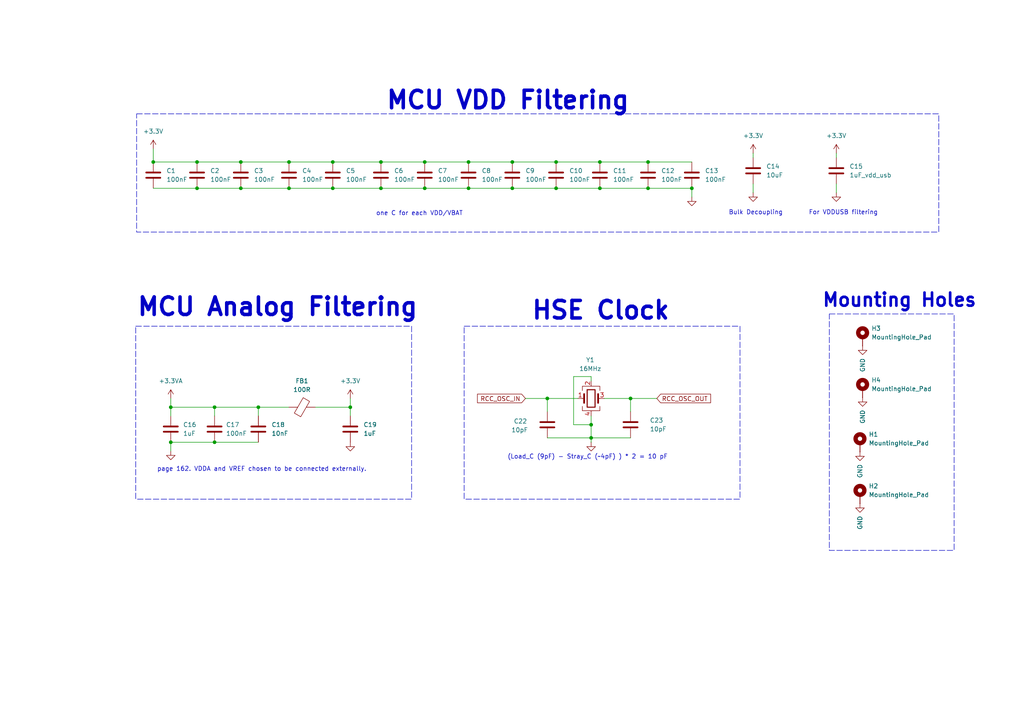
<source format=kicad_sch>
(kicad_sch (version 20231120) (generator "eeschema") (generator_version "8.0")
  (paper "A4")
  (lib_symbols
    (symbol "Device:C" (pin_numbers hide) (pin_names (offset 0.254))
      (property "Reference" "C" (at 0.635 2.54 0))
      (property "Value" "C" (at 0.635 -2.54 0))
      (symbol "C_0_1"
        (polyline (pts (xy -2.032 -0.762) (xy 2.032 -0.762)) (stroke (width 0.508)))
        (polyline (pts (xy -2.032 0.762) (xy 2.032 0.762)) (stroke (width 0.508)))
      )
      (symbol "C_1_1"
        (pin passive line (at 0 3.81 270) (length 2.794) (name "~") (number "1"))
        (pin passive line (at 0 -3.81 90) (length 2.794) (name "~") (number "2"))
      )
    )
    (symbol "Device:Crystal_GND24" (pin_names (offset 1.016) hide)
      (property "Reference" "Y" (at 3.175 5.08 0))
      (property "Value" "Crystal_GND24" (at 3.175 3.175 0))
      (symbol "Crystal_GND24_0_1"
        (rectangle (start -1.143 2.54) (end 1.143 -2.54) (stroke (width 0.3048)))
        (polyline (pts (xy -2.54 0) (xy -2.032 0)))
        (polyline (pts (xy -2.032 -1.27) (xy -2.032 1.27)) (stroke (width 0.508)))
        (polyline (pts (xy 0 -3.81) (xy 0 -3.556)))
        (polyline (pts (xy 0 3.556) (xy 0 3.81)))
        (polyline (pts (xy 2.032 -1.27) (xy 2.032 1.27)) (stroke (width 0.508)))
        (polyline (pts (xy 2.032 0) (xy 2.54 0)))
        (polyline (pts (xy -2.54 -2.286) (xy -2.54 -3.556) (xy 2.54 -3.556) (xy 2.54 -2.286)))
        (polyline (pts (xy -2.54 2.286) (xy -2.54 3.556) (xy 2.54 3.556) (xy 2.54 2.286)))
      )
      (symbol "Crystal_GND24_1_1"
        (pin passive line (at -3.81 0 0) (length 1.27) (name "1") (number "1"))
        (pin passive line (at 0 5.08 270) (length 1.27) (name "2") (number "2"))
        (pin passive line (at 3.81 0 180) (length 1.27) (name "3") (number "3"))
        (pin passive line (at 0 -5.08 90) (length 1.27) (name "4") (number "4"))
      )
    )
    (symbol "Device:FerriteBead" (pin_numbers hide) (pin_names (offset 0))
      (property "Reference" "FB" (at -3.81 0.635 90))
      (property "Value" "FerriteBead" (at 3.81 0 90))
      (symbol "FerriteBead_0_1"
        (polyline (pts (xy 0 -1.27) (xy 0 -1.2192)))
        (polyline (pts (xy 0 1.27) (xy 0 1.2954)))
        (polyline (pts (xy -2.7686 0.4064) (xy -1.7018 2.2606) (xy 2.7686 -0.3048) (xy 1.6764 -2.159) (xy -2.7686 0.4064)))
      )
      (symbol "FerriteBead_1_1"
        (pin passive line (at 0 3.81 270) (length 2.54) (name "~") (number "1"))
        (pin passive line (at 0 -3.81 90) (length 2.54) (name "~") (number "2"))
      )
    )
    (symbol "Mechanical:MountingHole_Pad" (pin_numbers hide) (pin_names (offset 1.016) hide)
      (property "Reference" "H" (at 0 6.35 0))
      (property "Value" "MountingHole_Pad" (at 0 4.445 0))
      (symbol "MountingHole_Pad_0_1"
        (circle (center 0 1.27) (radius 1.27) (stroke (width 1.27)))
      )
      (symbol "MountingHole_Pad_1_1"
        (pin input line (at 0 -2.54 90) (length 2.54) (name "1") (number "1"))
      )
    )
    (symbol "power:+3.3V" (power) (pin_numbers hide) (pin_names (offset 0) hide)
      (property "Value" "+3.3V" (at 0 3.556 0))
      (symbol "+3.3V_0_1"
        (polyline (pts (xy -0.762 1.27) (xy 0 2.54)))
        (polyline (pts (xy 0 0) (xy 0 2.54)))
        (polyline (pts (xy 0 2.54) (xy 0.762 1.27)))
      )
      (symbol "+3.3V_1_1"
        (pin power_in line (at 0 0 90) (length 0) (name "~") (number "1"))
      )
    )
    (symbol "power:+3.3VA" (power) (pin_numbers hide) (pin_names (offset 0) hide)
      (property "Value" "+3.3VA" (at 0 3.556 0))
      (symbol "+3.3VA_0_1"
        (polyline (pts (xy -0.762 1.27) (xy 0 2.54)))
        (polyline (pts (xy 0 0) (xy 0 2.54)))
        (polyline (pts (xy 0 2.54) (xy 0.762 1.27)))
      )
      (symbol "+3.3VA_1_1"
        (pin power_in line (at 0 0 90) (length 0) (name "~") (number "1"))
      )
    )
    (symbol "power:GND" (power) (pin_numbers hide) (pin_names (offset 0) hide)
      (property "Value" "GND" (at 0 -3.81 0))
      (symbol "GND_0_1"
        (polyline (pts (xy 0 0) (xy 0 -1.27) (xy 1.27 -1.27) (xy 0 -2.54) (xy -1.27 -1.27) (xy 0 -1.27)))
      )
      (symbol "GND_1_1"
        (pin power_in line (at 0 0 270) (length 0) (name "~") (number "1"))
      )
    )
  )
  (junction (at 110.49 54.61))
  (junction (at 187.96 46.99))
  (junction (at 44.45 46.99))
  (junction (at 83.82 46.99))
  (junction (at 110.49 46.99))
  (junction (at 62.23 118.11))
  (junction (at 158.75 115.57))
  (junction (at 123.19 54.61))
  (junction (at 187.96 54.61))
  (junction (at 96.52 46.99))
  (junction (at 171.45 123.19))
  (junction (at 69.85 54.61))
  (junction (at 135.89 54.61))
  (junction (at 57.15 54.61))
  (junction (at 83.82 54.61))
  (junction (at 96.52 54.61))
  (junction (at 200.66 54.61))
  (junction (at 62.23 128.27))
  (junction (at 49.53 118.11))
  (junction (at 173.99 54.61))
  (junction (at 171.45 127))
  (junction (at 161.29 46.99))
  (junction (at 182.88 115.57))
  (junction (at 135.89 46.99))
  (junction (at 148.59 46.99))
  (junction (at 173.99 46.99))
  (junction (at 69.85 46.99))
  (junction (at 148.59 54.61))
  (junction (at 49.53 128.27))
  (junction (at 161.29 54.61))
  (junction (at 74.93 118.11))
  (junction (at 101.6 118.11))
  (junction (at 123.19 46.99))
  (junction (at 57.15 46.99))
  (wire (pts (xy 49.53 128.27) (xy 62.23 128.27)))
  (wire (pts (xy 57.15 54.61) (xy 69.85 54.61)))
  (wire (pts (xy 91.44 118.11) (xy 101.6 118.11)))
  (wire (pts (xy 171.45 127) (xy 171.45 128.27)))
  (wire (pts (xy 152.4 115.57) (xy 158.75 115.57)))
  (wire (pts (xy 158.75 115.57) (xy 158.75 119.38)))
  (wire (pts (xy 110.49 46.99) (xy 123.19 46.99)))
  (wire (pts (xy 161.29 54.61) (xy 173.99 54.61)))
  (wire (pts (xy 242.57 44.45) (xy 242.57 45.72)))
  (wire (pts (xy 173.99 46.99) (xy 187.96 46.99)))
  (wire (pts (xy 49.53 128.27) (xy 49.53 130.81)))
  (wire (pts (xy 74.93 118.11) (xy 74.93 120.65)))
  (wire (pts (xy 171.45 110.49) (xy 171.45 109.22)))
  (wire (pts (xy 182.88 115.57) (xy 182.88 119.38)))
  (wire (pts (xy 173.99 54.61) (xy 187.96 54.61)))
  (wire (pts (xy 135.89 54.61) (xy 148.59 54.61)))
  (wire (pts (xy 158.75 127) (xy 171.45 127)))
  (wire (pts (xy 62.23 118.11) (xy 74.93 118.11)))
  (wire (pts (xy 101.6 115.57) (xy 101.6 118.11)))
  (wire (pts (xy 242.57 55.88) (xy 242.57 53.34)))
  (wire (pts (xy 44.45 46.99) (xy 57.15 46.99)))
  (wire (pts (xy 171.45 123.19) (xy 171.45 127)))
  (wire (pts (xy 69.85 46.99) (xy 83.82 46.99)))
  (wire (pts (xy 44.45 43.18) (xy 44.45 46.99)))
  (wire (pts (xy 110.49 54.61) (xy 123.19 54.61)))
  (wire (pts (xy 74.93 118.11) (xy 83.82 118.11)))
  (wire (pts (xy 49.53 118.11) (xy 49.53 120.65)))
  (wire (pts (xy 83.82 54.61) (xy 96.52 54.61)))
  (wire (pts (xy 148.59 54.61) (xy 161.29 54.61)))
  (wire (pts (xy 218.44 44.45) (xy 218.44 45.72)))
  (wire (pts (xy 200.66 54.61) (xy 200.66 57.15)))
  (wire (pts (xy 44.45 54.61) (xy 57.15 54.61)))
  (wire (pts (xy 187.96 46.99) (xy 200.66 46.99)))
  (wire (pts (xy 171.45 127) (xy 182.88 127)))
  (wire (pts (xy 101.6 120.65) (xy 101.6 118.11)))
  (wire (pts (xy 49.53 115.57) (xy 49.53 118.11)))
  (wire (pts (xy 166.37 123.19) (xy 171.45 123.19)))
  (wire (pts (xy 69.85 54.61) (xy 83.82 54.61)))
  (wire (pts (xy 83.82 46.99) (xy 96.52 46.99)))
  (wire (pts (xy 62.23 128.27) (xy 74.93 128.27)))
  (wire (pts (xy 57.15 46.99) (xy 69.85 46.99)))
  (wire (pts (xy 123.19 46.99) (xy 135.89 46.99)))
  (wire (pts (xy 96.52 46.99) (xy 110.49 46.99)))
  (wire (pts (xy 175.26 115.57) (xy 182.88 115.57)))
  (wire (pts (xy 182.88 115.57) (xy 190.5 115.57)))
  (wire (pts (xy 171.45 123.19) (xy 171.45 120.65)))
  (wire (pts (xy 62.23 118.11) (xy 62.23 120.65)))
  (wire (pts (xy 49.53 118.11) (xy 62.23 118.11)))
  (wire (pts (xy 148.59 46.99) (xy 161.29 46.99)))
  (wire (pts (xy 135.89 46.99) (xy 148.59 46.99)))
  (wire (pts (xy 167.64 115.57) (xy 158.75 115.57)))
  (wire (pts (xy 96.52 54.61) (xy 110.49 54.61)))
  (wire (pts (xy 161.29 46.99) (xy 173.99 46.99)))
  (wire (pts (xy 187.96 54.61) (xy 200.66 54.61)))
  (wire (pts (xy 218.44 55.88) (xy 218.44 53.34)))
  (wire (pts (xy 123.19 54.61) (xy 135.89 54.61)))
  (wire (pts (xy 166.37 109.22) (xy 166.37 123.19)))
  (wire (pts (xy 171.45 109.22) (xy 166.37 109.22)))
  (rectangle (start 240.538 91.059) (end 276.733 159.639) (stroke (width 0) (type dash)))
  (rectangle (start 39.624 33.02) (end 272.288 67.31) (stroke (width 0) (type dash)))
  (rectangle (start 39.37 94.615) (end 119.38 144.78) (stroke (width 0) (type dash)))
  (rectangle (start 134.62 94.615) (end 214.63 144.78) (stroke (width 0) (type dash)))
  (text "Bulk Decoupling" (at 219.202 61.722 0) (effects (font (size 1.27 1.27))))
  (text "MCU Analog Filtering" (at 80.518 89.154 0) (effects (font (size 5.08 5.08) (thickness 1.016) (bold yes))))
  (text "page 162. VDDA and VREF chosen to be connected externally." (at 75.946 136.144 0) (effects (font (size 1.27 1.27))))
  (text "(Load_C (9pF) - Stray_C (~4pF) ) * 2 = 10 pF" (at 170.434 132.588 0) (effects (font (size 1.27 1.27))))
  (text "one C for each VDD/VBAT" (at 121.666 61.976 0) (effects (font (size 1.27 1.27))))
  (text "For VDDUSB filtering" (at 244.602 61.722 0) (effects (font (size 1.27 1.27))))
  (text "HSE Clock" (at 174.244 90.17 0) (effects (font (size 5.08 5.08) (thickness 1.016) (bold yes))))
  (text "MCU VDD Filtering" (at 147.32 29.21 0) (effects (font (size 5.08 5.08) (thickness 1.016) (bold yes))))
  (text "Mounting Holes" (at 238.252 89.408 0) (effects (font (size 3.81 3.81) (thickness 0.762) (bold yes)) (justify left bottom)))
  (global_label "RCC_OSC_OUT" (shape input) (at 190.5 115.57 0) (property "Intersheetrefs" "${INTERSHEET_REFS}" (effects (hide yes))))
  (global_label "RCC_OSC_IN" (shape input) (at 152.4 115.57 180) (property "Intersheetrefs" "${INTERSHEET_REFS}" (effects (hide yes))))
  (symbol (lib_id "power:GND") (at 250.19 100.33 0) (unit 1)
    (property "Reference" "#PWR54" (effects (hide yes)))
    (property "Value" "GND" (at 250.19 107.95 90) (effects (justify left)))
  )
  (symbol (lib_id "power:+3.3V") (at 44.45 43.18 0) (unit 1)
    (property "Reference" "#PWR3" (effects (hide yes)))
    (property "Value" "+3.3V" (at 44.45 38.1 0))
    (property "Description" "Power symbol creates a global label with name \"+3.3V\"" (effects (hide yes)))
  )
  (symbol (lib_id "power:+3.3VA") (at 49.53 115.57 0) (unit 1)
    (property "Reference" "#PWR1" (effects (hide yes)))
    (property "Value" "+3.3VA" (at 49.53 110.49 0))
    (property "Description" "Power symbol creates a global label with name \"+3.3VA\"" (effects (hide yes)))
  )
  (symbol (lib_id "Device:C") (at 187.96 50.8 0) (unit 1)
    (property "Reference" "C12" (at 191.77 49.5299 0) (effects (justify left)))
    (property "Value" "100nF" (at 191.77 52.0699 0) (effects (justify left)))
    (property "Footprint" "Capacitor_SMD:C_0402_1005Metric" (effects (hide yes)))
    (property "Description" "Unpolarized capacitor" (effects (hide yes)))
    (property "LCSC PN" "C1525" (effects (hide yes)))
  )
  (symbol (lib_id "Mechanical:MountingHole_Pad") (at 249.428 143.51 0) (unit 1) (in_bom no)
    (property "Reference" "H2" (at 251.968 140.9699 0) (effects (justify left)))
    (property "Value" "MountingHole_Pad" (at 251.968 143.5099 0) (effects (justify left)))
    (property "Footprint" "MountingHole:MountingHole_3.2mm_M3_Pad" (effects (hide yes)))
  )
  (symbol (lib_id "Device:C") (at 49.53 124.46 0) (unit 1)
    (property "Reference" "C16" (at 53.086 123.19 0) (effects (justify left)))
    (property "Value" "1uF" (at 53.086 125.73 0) (effects (justify left)))
    (property "Footprint" "Capacitor_SMD:C_0402_1005Metric" (effects (hide yes)))
    (property "Description" "Unpolarized capacitor" (effects (hide yes)))
    (property "LCSC PN" "C52923" (effects (hide yes)))
  )
  (symbol (lib_id "Device:C") (at 69.85 50.8 0) (unit 1)
    (property "Reference" "C3" (at 73.66 49.5299 0) (effects (justify left)))
    (property "Value" "100nF" (at 73.66 52.0699 0) (effects (justify left)))
    (property "Footprint" "Capacitor_SMD:C_0402_1005Metric" (effects (hide yes)))
    (property "Description" "Unpolarized capacitor" (effects (hide yes)))
    (property "LCSC PN" "C1525" (effects (hide yes)))
  )
  (symbol (lib_id "power:GND") (at 171.45 128.27 0) (unit 1)
    (property "Reference" "#PWR20" (effects (hide yes)))
    (property "Value" "GND" (effects (hide yes)))
    (property "Description" "Power symbol creates a global label with name \"GND\" , ground" (effects (hide yes)))
  )
  (symbol (lib_id "Device:C") (at 83.82 50.8 0) (unit 1)
    (property "Reference" "C4" (at 87.63 49.5299 0) (effects (justify left)))
    (property "Value" "100nF" (at 87.63 52.0699 0) (effects (justify left)))
    (property "Footprint" "Capacitor_SMD:C_0402_1005Metric" (effects (hide yes)))
    (property "Description" "Unpolarized capacitor" (effects (hide yes)))
    (property "LCSC PN" "C1525" (effects (hide yes)))
  )
  (symbol (lib_id "power:+3.3V") (at 101.6 115.57 0) (unit 1)
    (property "Reference" "#PWR6" (effects (hide yes)))
    (property "Value" "+3.3V" (at 101.6 110.49 0))
    (property "Description" "Power symbol creates a global label with name \"+3.3V\"" (effects (hide yes)))
  )
  (symbol (lib_id "power:GND") (at 101.6 128.27 0) (unit 1)
    (property "Reference" "#PWR7" (effects (hide yes)))
    (property "Value" "GND" (effects (hide yes)))
    (property "Description" "Power symbol creates a global label with name \"GND\" , ground" (effects (hide yes)))
  )
  (symbol (lib_id "power:+3.3V") (at 242.57 44.45 0) (unit 1)
    (property "Reference" "#PWR74" (effects (hide yes)))
    (property "Value" "+3.3V" (at 242.57 39.37 0))
    (property "Description" "Power symbol creates a global label with name \"+3.3V\"" (effects (hide yes)))
  )
  (symbol (lib_id "Device:C") (at 110.49 50.8 0) (unit 1)
    (property "Reference" "C6" (at 114.3 49.5299 0) (effects (justify left)))
    (property "Value" "100nF" (at 114.3 52.0699 0) (effects (justify left)))
    (property "Footprint" "Capacitor_SMD:C_0402_1005Metric" (effects (hide yes)))
    (property "Description" "Unpolarized capacitor" (effects (hide yes)))
    (property "LCSC PN" "C1525" (effects (hide yes)))
  )
  (symbol (lib_id "power:+3.3V") (at 218.44 44.45 0) (unit 1)
    (property "Reference" "#PWR14" (effects (hide yes)))
    (property "Value" "+3.3V" (at 218.44 39.37 0))
    (property "Description" "Power symbol creates a global label with name \"+3.3V\"" (effects (hide yes)))
  )
  (symbol (lib_id "Device:C") (at 148.59 50.8 0) (unit 1)
    (property "Reference" "C9" (at 152.4 49.5299 0) (effects (justify left)))
    (property "Value" "100nF" (at 152.4 52.0699 0) (effects (justify left)))
    (property "Footprint" "Capacitor_SMD:C_0402_1005Metric" (effects (hide yes)))
    (property "Description" "Unpolarized capacitor" (effects (hide yes)))
    (property "LCSC PN" "C1525" (effects (hide yes)))
  )
  (symbol (lib_id "Device:C") (at 62.23 124.46 0) (unit 1)
    (property "Reference" "C17" (at 65.532 123.19 0) (effects (justify left)))
    (property "Value" "100nF" (at 65.532 125.73 0) (effects (justify left)))
    (property "Footprint" "Capacitor_SMD:C_0402_1005Metric" (effects (hide yes)))
    (property "Description" "Unpolarized capacitor" (effects (hide yes)))
    (property "LCSC PN" "C1525" (effects (hide yes)))
  )
  (symbol (lib_id "power:GND") (at 249.428 146.05 0) (unit 1)
    (property "Reference" "#PWR53" (effects (hide yes)))
    (property "Value" "GND" (at 249.428 153.67 90) (effects (justify left)))
  )
  (symbol (lib_id "power:GND") (at 249.428 131.064 0) (unit 1)
    (property "Reference" "#PWR24" (effects (hide yes)))
    (property "Value" "GND" (at 249.428 138.684 90) (effects (justify left)))
  )
  (symbol (lib_id "Device:C") (at 74.93 124.46 0) (unit 1)
    (property "Reference" "C18" (at 78.74 123.1899 0) (effects (justify left)))
    (property "Value" "10nF" (at 78.74 125.7299 0) (effects (justify left)))
    (property "Footprint" "Capacitor_SMD:C_0603_1608Metric" (effects (hide yes)))
    (property "Description" "Unpolarized capacitor" (effects (hide yes)))
    (property "LCSC PN" "C173276" (effects (hide yes)))
  )
  (symbol (lib_id "Device:FerriteBead") (at 87.63 118.11 90) (unit 1)
    (property "Reference" "FB1" (at 87.5792 110.49 90))
    (property "Value" "100R" (at 87.5792 113.03 90))
    (property "Footprint" "Resistor_SMD:R_0805_2012Metric" (effects (hide yes)))
    (property "Description" "Ferrite bead" (effects (hide yes)))
    (property "LCSC PN" "C1015" (effects (hide yes)))
  )
  (symbol (lib_id "Device:C") (at 218.44 49.53 0) (unit 1)
    (property "Reference" "C14" (at 222.25 48.2599 0) (effects (justify left)))
    (property "Value" "10uF" (at 222.25 50.7999 0) (effects (justify left)))
    (property "Footprint" "Capacitor_SMD:C_0603_1608Metric" (effects (hide yes)))
    (property "Description" "Unpolarized capacitor" (effects (hide yes)))
    (property "LCSC PN" "C19702" (effects (hide yes)))
  )
  (symbol (lib_id "Device:C") (at 158.75 123.19 180) (unit 1)
    (property "Reference" "C22" (at 152.908 122.174 0) (effects (justify left)))
    (property "Value" "10pF" (at 153.162 124.714 0) (effects (justify left)))
    (property "Footprint" "Capacitor_SMD:C_0603_1608Metric" (effects (hide yes)))
    (property "Description" "Unpolarized capacitor" (effects (hide yes)))
    (property "LCSC PN" "C1634" (effects (hide yes)))
  )
  (symbol (lib_id "Device:C") (at 44.45 50.8 0) (unit 1)
    (property "Reference" "C1" (at 48.26 49.5299 0) (effects (justify left)))
    (property "Value" "100nF" (at 48.26 52.0699 0) (effects (justify left)))
    (property "Footprint" "Capacitor_SMD:C_0402_1005Metric" (effects (hide yes)))
    (property "Description" "Unpolarized capacitor" (effects (hide yes)))
    (property "LCSC PN" "C1525" (effects (hide yes)))
  )
  (symbol (lib_id "Mechanical:MountingHole_Pad") (at 250.19 112.776 0) (unit 1) (in_bom no)
    (property "Reference" "H4" (at 252.73 110.2359 0) (effects (justify left)))
    (property "Value" "MountingHole_Pad" (at 252.73 112.7759 0) (effects (justify left)))
    (property "Footprint" "MountingHole:MountingHole_3.2mm_M3_Pad" (effects (hide yes)))
  )
  (symbol (lib_id "Device:C") (at 242.57 49.53 0) (unit 1)
    (property "Reference" "C15" (at 246.38 48.2599 0) (effects (justify left)))
    (property "Value" "1uF_vdd_usb" (at 246.38 50.7999 0) (effects (justify left)))
    (property "Footprint" "Capacitor_SMD:C_0603_1608Metric" (effects (hide yes)))
    (property "Description" "Unpolarized capacitor" (effects (hide yes)))
    (property "LCSC PN" "C15849" (effects (hide yes)))
  )
  (symbol (lib_id "Device:C") (at 57.15 50.8 0) (unit 1)
    (property "Reference" "C2" (at 60.96 49.5299 0) (effects (justify left)))
    (property "Value" "100nF" (at 60.96 52.0699 0) (effects (justify left)))
    (property "Footprint" "Capacitor_SMD:C_0402_1005Metric" (effects (hide yes)))
    (property "Description" "Unpolarized capacitor" (effects (hide yes)))
    (property "LCSC PN" "C1525" (effects (hide yes)))
  )
  (symbol (lib_id "power:GND") (at 49.53 130.81 0) (unit 1)
    (property "Reference" "#PWR2" (effects (hide yes)))
    (property "Value" "GND" (effects (hide yes)))
    (property "Description" "Power symbol creates a global label with name \"GND\" , ground" (effects (hide yes)))
  )
  (symbol (lib_id "Device:C") (at 135.89 50.8 0) (unit 1)
    (property "Reference" "C8" (at 139.7 49.5299 0) (effects (justify left)))
    (property "Value" "100nF" (at 139.7 52.0699 0) (effects (justify left)))
    (property "Footprint" "Capacitor_SMD:C_0402_1005Metric" (effects (hide yes)))
    (property "Description" "Unpolarized capacitor" (effects (hide yes)))
    (property "LCSC PN" "C1525" (effects (hide yes)))
  )
  (symbol (lib_id "power:GND") (at 250.19 115.316 0) (unit 1)
    (property "Reference" "#PWR55" (effects (hide yes)))
    (property "Value" "GND" (at 250.19 122.936 90) (effects (justify left)))
  )
  (symbol (lib_id "Device:C") (at 161.29 50.8 0) (unit 1)
    (property "Reference" "C10" (at 165.1 49.5299 0) (effects (justify left)))
    (property "Value" "100nF" (at 165.1 52.0699 0) (effects (justify left)))
    (property "Footprint" "Capacitor_SMD:C_0402_1005Metric" (effects (hide yes)))
    (property "Description" "Unpolarized capacitor" (effects (hide yes)))
    (property "LCSC PN" "C1525" (effects (hide yes)))
  )
  (symbol (lib_id "Device:Crystal_GND24") (at 171.45 115.57 0) (unit 1)
    (property "Reference" "Y1" (at 171.196 104.394 0))
    (property "Value" "16MHz" (at 171.196 106.934 0))
    (property "Footprint" "Crystal:Crystal_SMD_3225-4Pin_3.2x2.5mm" (effects (hide yes)))
    (property "Datasheet" "https://www.lcsc.com/datasheet/lcsc_datasheet_2411121006_YXC-Crystal-Oscillators-X322516MMB4SI_C112972.pdf" (effects (hide yes)))
    (property "Description" "Four pin crystal, GND on pins 2 and 4" (effects (hide yes)))
    (property "LCSC PN" "C13738" (effects (hide yes)))
  )
  (symbol (lib_id "Device:C") (at 182.88 123.19 0) (unit 1)
    (property "Reference" "C23" (at 188.468 121.92 0) (effects (justify left)))
    (property "Value" "10pF" (at 188.468 124.46 0) (effects (justify left)))
    (property "Footprint" "Capacitor_SMD:C_0603_1608Metric" (effects (hide yes)))
    (property "Description" "Unpolarized capacitor" (effects (hide yes)))
    (property "LCSC PN" "C1634" (effects (hide yes)))
  )
  (symbol (lib_id "power:GND") (at 242.57 55.88 0) (unit 1)
    (property "Reference" "#PWR8" (effects (hide yes)))
    (property "Value" "GND" (effects (hide yes)))
    (property "Description" "Power symbol creates a global label with name \"GND\" , ground" (effects (hide yes)))
  )
  (symbol (lib_id "power:GND") (at 200.66 57.15 0) (unit 1)
    (property "Reference" "#PWR13" (effects (hide yes)))
    (property "Value" "GND" (effects (hide yes)))
    (property "Description" "Power symbol creates a global label with name \"GND\" , ground" (effects (hide yes)))
  )
  (symbol (lib_id "Device:C") (at 173.99 50.8 0) (unit 1)
    (property "Reference" "C11" (at 177.8 49.5299 0) (effects (justify left)))
    (property "Value" "100nF" (at 177.8 52.0699 0) (effects (justify left)))
    (property "Footprint" "Capacitor_SMD:C_0402_1005Metric" (effects (hide yes)))
    (property "Description" "Unpolarized capacitor" (effects (hide yes)))
    (property "LCSC PN" "C1525" (effects (hide yes)))
  )
  (symbol (lib_id "Device:C") (at 200.66 50.8 0) (unit 1)
    (property "Reference" "C13" (at 204.47 49.5299 0) (effects (justify left)))
    (property "Value" "100nF" (at 204.47 52.0699 0) (effects (justify left)))
    (property "Footprint" "Capacitor_SMD:C_0402_1005Metric" (effects (hide yes)))
    (property "Description" "Unpolarized capacitor" (effects (hide yes)))
    (property "LCSC PN" "C1525" (effects (hide yes)))
  )
  (symbol (lib_id "Device:C") (at 123.19 50.8 0) (unit 1)
    (property "Reference" "C7" (at 127 49.5299 0) (effects (justify left)))
    (property "Value" "100nF" (at 127 52.0699 0) (effects (justify left)))
    (property "Footprint" "Capacitor_SMD:C_0402_1005Metric" (effects (hide yes)))
    (property "Description" "Unpolarized capacitor" (effects (hide yes)))
    (property "LCSC PN" "C1525" (effects (hide yes)))
  )
  (symbol (lib_id "Device:C") (at 101.6 124.46 0) (unit 1)
    (property "Reference" "C19" (at 105.41 123.1899 0) (effects (justify left)))
    (property "Value" "1uF" (at 105.41 125.7299 0) (effects (justify left)))
    (property "Footprint" "Capacitor_SMD:C_0402_1005Metric" (effects (hide yes)))
    (property "Description" "Unpolarized capacitor" (effects (hide yes)))
    (property "LCSC PN" "C52923" (effects (hide yes)))
  )
  (symbol (lib_id "Device:C") (at 96.52 50.8 0) (unit 1)
    (property "Reference" "C5" (at 100.33 49.5299 0) (effects (justify left)))
    (property "Value" "100nF" (at 100.33 52.0699 0) (effects (justify left)))
    (property "Footprint" "Capacitor_SMD:C_0402_1005Metric" (effects (hide yes)))
    (property "Description" "Unpolarized capacitor" (effects (hide yes)))
    (property "LCSC PN" "C1525" (effects (hide yes)))
  )
  (symbol (lib_id "Mechanical:MountingHole_Pad") (at 250.19 97.79 0) (unit 1) (in_bom no)
    (property "Reference" "H3" (at 252.73 95.2499 0) (effects (justify left)))
    (property "Value" "MountingHole_Pad" (at 252.73 97.7899 0) (effects (justify left)))
    (property "Footprint" "MountingHole:MountingHole_3.2mm_M3_Pad" (effects (hide yes)))
  )
  (symbol (lib_id "Mechanical:MountingHole_Pad") (at 249.428 128.524 0) (unit 1) (in_bom no)
    (property "Reference" "H1" (at 251.968 125.9839 0) (effects (justify left)))
    (property "Value" "MountingHole_Pad" (at 251.968 128.5239 0) (effects (justify left)))
    (property "Footprint" "MountingHole:MountingHole_3.2mm_M3_Pad" (effects (hide yes)))
  )
  (symbol (lib_id "power:GND") (at 218.44 55.88 0) (unit 1)
    (property "Reference" "#PWR15" (effects (hide yes)))
    (property "Value" "GND" (effects (hide yes)))
    (property "Description" "Power symbol creates a global label with name \"GND\" , ground" (effects (hide yes)))
  )
)
</source>
